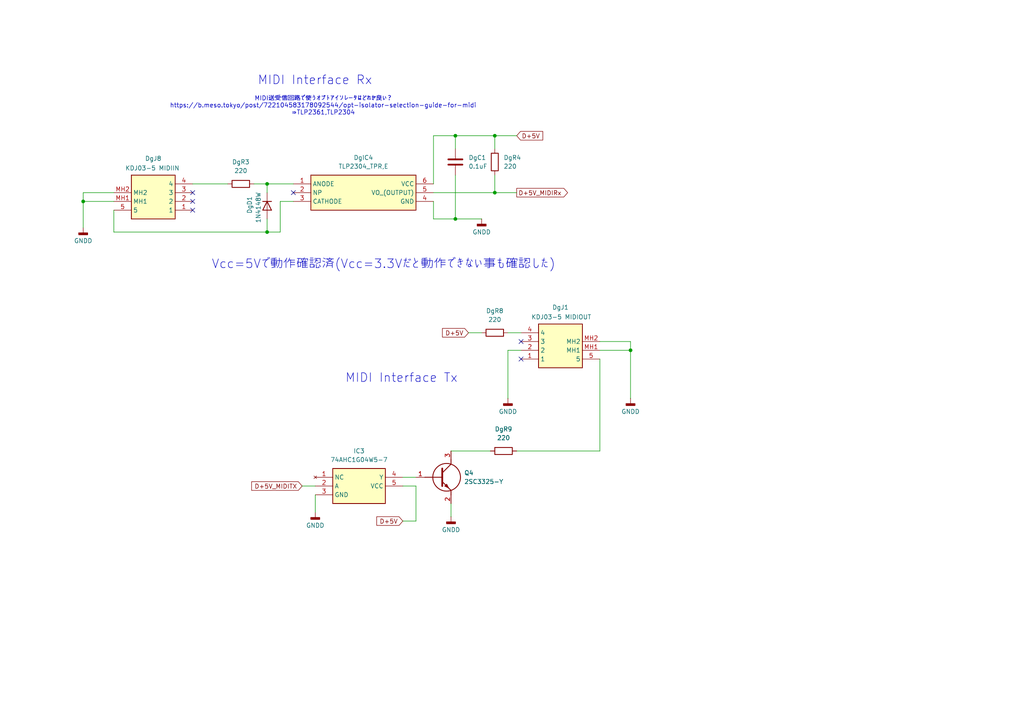
<source format=kicad_sch>
(kicad_sch (version 20231120) (generator "eeschema") (generator_version "8.0")
  (paper "A4")
  (lib_symbols
    (symbol "Device:C" (pin_numbers hide) (pin_names (offset 0.254))
      (property "Reference" "C" (at 0.635 2.54 0))
      (property "Value" "C" (at 0.635 -2.54 0))
      (symbol "C_0_1"
        (polyline (pts (xy -2.032 -0.762) (xy 2.032 -0.762)) (stroke (width 0.508)))
        (polyline (pts (xy -2.032 0.762) (xy 2.032 0.762)) (stroke (width 0.508)))
      )
      (symbol "C_1_1"
        (pin passive line (at 0 3.81 270) (length 2.794) (name "~") (number "1"))
        (pin passive line (at 0 -3.81 90) (length 2.794) (name "~") (number "2"))
      )
    )
    (symbol "Device:R" (pin_numbers hide) (pin_names (offset 0))
      (property "Reference" "R" (at 2.032 0 90))
      (property "Value" "R" (at 0 0 90))
      (symbol "R_0_1"
        (rectangle (start -1.016 -2.54) (end 1.016 2.54) (stroke (width 0.254)))
      )
      (symbol "R_1_1"
        (pin passive line (at 0 3.81 270) (length 1.27) (name "~") (number "1"))
        (pin passive line (at 0 -3.81 90) (length 1.27) (name "~") (number "2"))
      )
    )
    (symbol "Diode:1N4148W" (pin_numbers hide) (pin_names hide)
      (property "Reference" "D" (at 0 2.54 0))
      (property "Value" "1N4148W" (at 0 -2.54 0))
      (symbol "1N4148W_0_1"
        (polyline (pts (xy -1.27 1.27) (xy -1.27 -1.27)) (stroke (width 0.254)))
        (polyline (pts (xy 1.27 0) (xy -1.27 0)))
        (polyline (pts (xy 1.27 1.27) (xy 1.27 -1.27) (xy -1.27 0) (xy 1.27 1.27)) (stroke (width 0.254)))
      )
      (symbol "1N4148W_1_1"
        (pin passive line (at -3.81 0 0) (length 2.54) (name "K") (number "1"))
        (pin passive line (at 3.81 0 180) (length 2.54) (name "A") (number "2"))
      )
    )
    (symbol "SamacSys_Parts:2SC3325-Y" (pin_names hide)
      (property "Reference" "Q" (at 13.97 1.27 0))
      (property "Value" "2SC3325-Y" (at 13.97 -1.27 0))
      (symbol "2SC3325-Y_1_1"
        (polyline (pts (xy 2.54 0) (xy 7.62 0)) (stroke (width 0.254)))
        (polyline (pts (xy 7.62 -1.27) (xy 10.16 -3.81)) (stroke (width 0.254)))
        (polyline (pts (xy 7.62 1.27) (xy 10.16 3.81)) (stroke (width 0.254)))
        (polyline (pts (xy 7.62 2.54) (xy 7.62 -2.54)) (stroke (width 0.508)))
        (polyline (pts (xy 10.16 -3.81) (xy 10.16 -5.08)) (stroke (width 0.254)))
        (polyline (pts (xy 10.16 3.81) (xy 10.16 5.08)) (stroke (width 0.254)))
        (polyline (pts (xy 8.382 -2.54) (xy 8.89 -2.032) (xy 9.398 -3.048) (xy 8.382 -2.54)) (stroke (width 0.254)) (fill (type outline)))
        (circle (center 8.89 0) (radius 4.016) (stroke (width 0.254)))
        (pin passive line (at 0 0 0) (length 2.54) (name "B") (number "1"))
        (pin passive line (at 10.16 -7.62 90) (length 2.54) (name "E") (number "2"))
        (pin passive line (at 10.16 7.62 270) (length 2.54) (name "C") (number "3"))
      )
    )
    (symbol "SamacSys_Parts:74AHC1G04W5-7"
      (property "Reference" "IC" (at 21.59 7.62 0))
      (property "Value" "74AHC1G04W5-7" (at 21.59 5.08 0))
      (symbol "74AHC1G04W5-7_1_1"
        (rectangle (start 5.08 2.54) (end 20.32 -7.62) (stroke (width 0.254)) (fill (type background)))
        (pin no_connect line (at 0 0 0) (length 5.08) (name "NC") (number "1"))
        (pin passive line (at 0 -2.54 0) (length 5.08) (name "A") (number "2"))
        (pin passive line (at 0 -5.08 0) (length 5.08) (name "GND") (number "3"))
        (pin passive line (at 25.4 0 180) (length 5.08) (name "Y") (number "4"))
        (pin passive line (at 25.4 -2.54 180) (length 5.08) (name "VCC") (number "5"))
      )
    )
    (symbol "SamacSys_Parts:KDJ03-5"
      (property "Reference" "J" (at 19.05 7.62 0))
      (property "Value" "KDJ03-5" (at 19.05 5.08 0))
      (symbol "KDJ03-5_1_1"
        (rectangle (start 5.08 2.54) (end 17.78 -10.16) (stroke (width 0.254)) (fill (type background)))
        (pin passive line (at 0 0 0) (length 5.08) (name "1") (number "1"))
        (pin passive line (at 0 -2.54 0) (length 5.08) (name "2") (number "2"))
        (pin passive line (at 0 -5.08 0) (length 5.08) (name "3") (number "3"))
        (pin passive line (at 0 -7.62 0) (length 5.08) (name "4") (number "4"))
        (pin passive line (at 22.86 0 180) (length 5.08) (name "5") (number "5"))
        (pin passive line (at 22.86 -2.54 180) (length 5.08) (name "MH1") (number "MH1"))
        (pin passive line (at 22.86 -5.08 180) (length 5.08) (name "MH2") (number "MH2"))
      )
    )
    (symbol "SamacSys_Parts:TLP2304_TPR,E"
      (property "Reference" "IC" (at 36.83 7.62 0))
      (property "Value" "TLP2304_TPR,E" (at 36.83 5.08 0))
      (symbol "TLP2304_TPR,E_1_1"
        (rectangle (start 5.08 2.54) (end 35.56 -7.62) (stroke (width 0.254)) (fill (type background)))
        (pin passive line (at 0 0 0) (length 5.08) (name "ANODE") (number "1"))
        (pin passive line (at 0 -2.54 0) (length 5.08) (name "NP") (number "2"))
        (pin passive line (at 0 -5.08 0) (length 5.08) (name "CATHODE") (number "3"))
        (pin passive line (at 40.64 -5.08 180) (length 5.08) (name "GND") (number "4"))
        (pin passive line (at 40.64 -2.54 180) (length 5.08) (name "VO_(OUTPUT)") (number "5"))
        (pin passive line (at 40.64 0 180) (length 5.08) (name "VCC") (number "6"))
      )
    )
    (symbol "power:GNDD" (power) (pin_numbers hide) (pin_names (offset 0) hide)
      (property "Value" "GNDD" (at 0 -3.175 0))
      (symbol "GNDD_0_1"
        (rectangle (start -1.27 -1.524) (end 1.27 -2.032) (stroke (width 0.254)) (fill (type outline)))
        (polyline (pts (xy 0 0) (xy 0 -1.524)))
      )
      (symbol "GNDD_1_1"
        (pin power_in line (at 0 0 270) (length 0) (name "~") (number "1"))
      )
    )
  )
  (junction (at 77.47 53.34))
  (junction (at 182.88 101.6))
  (junction (at 143.51 55.88))
  (junction (at 132.08 63.5))
  (junction (at 77.47 67.31))
  (junction (at 132.08 39.37))
  (junction (at 24.13 58.42))
  (junction (at 143.51 39.37))
  (no_connect (at 55.88 55.88))
  (no_connect (at 55.88 60.96))
  (no_connect (at 55.88 58.42))
  (no_connect (at 151.13 99.06))
  (no_connect (at 151.13 104.14))
  (no_connect (at 85.09 55.88))
  (wire (pts (xy 173.99 130.81) (xy 149.86 130.81)))
  (wire (pts (xy 120.65 140.97) (xy 120.65 151.13)))
  (wire (pts (xy 91.44 143.51) (xy 91.44 148.59)))
  (wire (pts (xy 143.51 39.37) (xy 149.86 39.37)))
  (wire (pts (xy 132.08 50.8) (xy 132.08 63.5)))
  (wire (pts (xy 143.51 50.8) (xy 143.51 55.88)))
  (wire (pts (xy 33.02 67.31) (xy 77.47 67.31)))
  (wire (pts (xy 120.65 151.13) (xy 116.84 151.13)))
  (wire (pts (xy 81.28 58.42) (xy 81.28 67.31)))
  (wire (pts (xy 182.88 99.06) (xy 182.88 101.6)))
  (wire (pts (xy 33.02 55.88) (xy 24.13 55.88)))
  (wire (pts (xy 151.13 101.6) (xy 147.32 101.6)))
  (wire (pts (xy 24.13 58.42) (xy 33.02 58.42)))
  (wire (pts (xy 173.99 99.06) (xy 182.88 99.06)))
  (wire (pts (xy 120.65 138.43) (xy 116.84 138.43)))
  (wire (pts (xy 24.13 55.88) (xy 24.13 58.42)))
  (wire (pts (xy 132.08 63.5) (xy 125.73 63.5)))
  (wire (pts (xy 130.81 146.05) (xy 130.81 149.86)))
  (wire (pts (xy 33.02 60.96) (xy 33.02 67.31)))
  (wire (pts (xy 143.51 55.88) (xy 149.86 55.88)))
  (wire (pts (xy 132.08 39.37) (xy 125.73 39.37)))
  (wire (pts (xy 143.51 39.37) (xy 132.08 39.37)))
  (wire (pts (xy 77.47 67.31) (xy 81.28 67.31)))
  (wire (pts (xy 143.51 55.88) (xy 125.73 55.88)))
  (wire (pts (xy 173.99 101.6) (xy 182.88 101.6)))
  (wire (pts (xy 139.7 63.5) (xy 132.08 63.5)))
  (wire (pts (xy 135.89 96.52) (xy 139.7 96.52)))
  (wire (pts (xy 125.73 39.37) (xy 125.73 53.34)))
  (wire (pts (xy 77.47 53.34) (xy 85.09 53.34)))
  (wire (pts (xy 173.99 104.14) (xy 173.99 130.81)))
  (wire (pts (xy 182.88 101.6) (xy 182.88 115.57)))
  (wire (pts (xy 116.84 140.97) (xy 120.65 140.97)))
  (wire (pts (xy 132.08 39.37) (xy 132.08 43.18)))
  (wire (pts (xy 147.32 101.6) (xy 147.32 115.57)))
  (wire (pts (xy 125.73 63.5) (xy 125.73 58.42)))
  (wire (pts (xy 77.47 55.88) (xy 77.47 53.34)))
  (wire (pts (xy 73.66 53.34) (xy 77.47 53.34)))
  (wire (pts (xy 143.51 39.37) (xy 143.51 43.18)))
  (wire (pts (xy 85.09 58.42) (xy 81.28 58.42)))
  (wire (pts (xy 130.81 130.81) (xy 142.24 130.81)))
  (wire (pts (xy 55.88 53.34) (xy 66.04 53.34)))
  (wire (pts (xy 24.13 58.42) (xy 24.13 66.04)))
  (wire (pts (xy 147.32 96.52) (xy 151.13 96.52)))
  (wire (pts (xy 87.63 140.97) (xy 91.44 140.97)))
  (wire (pts (xy 77.47 67.31) (xy 77.47 63.5)))
  (text "MIDI送受信回路で使うオプトアイソレータはどれが良い？\nhttps://b.meso.tokyo/post/722104583178092544/opt-isolator-selection-guide-for-midi\n⇒TLP2361,TLP2304" (at 93.726 30.734 0) (effects (font (size 1.27 1.27))))
  (text "MIDI Interface Tx" (at 100.076 109.728 0) (effects (font (size 2.54 2.54)) (justify left)))
  (text "MIDI Interface Rx" (at 74.676 23.368 0) (effects (font (size 2.54 2.54)) (justify left)))
  (text "Vcc=5Vで動作確認済(Vcc=3.3Vだと動作できない事も確認した)" (at 111.252 76.708 0) (effects (font (size 2.54 2.54))))
  (global_label "D+5V" (shape input) (at 135.89 96.52 180) (property "Intersheetrefs" "${INTERSHEET_REFS}" (effects (hide yes))))
  (global_label "D+5V" (shape input) (at 149.86 39.37 0) (property "Intersheetrefs" "${INTERSHEET_REFS}" (effects (hide yes))))
  (global_label "D+5V_MIDITX" (shape input) (at 87.63 140.97 180) (property "Intersheetrefs" "${INTERSHEET_REFS}" (effects (hide yes))))
  (global_label "D+5V_MIDIRx" (shape output) (at 149.86 55.88 0) (property "Intersheetrefs" "${INTERSHEET_REFS}" (effects (hide yes))))
  (global_label "D+5V" (shape input) (at 116.84 151.13 180) (property "Intersheetrefs" "${INTERSHEET_REFS}" (effects (hide yes))))
  (symbol (lib_id "power:GNDD") (at 130.81 149.86 0) (unit 1)
    (property "Reference" "#PWR059" (effects (hide yes)))
    (property "Value" "GNDD" (at 130.81 153.67 0))
    (property "Description" "Power symbol creates a global label with name \"GNDD\" , digital ground" (effects (hide yes)))
  )
  (symbol (lib_id "power:GNDD") (at 24.13 66.04 0) (unit 1)
    (property "Reference" "#PWR012" (effects (hide yes)))
    (property "Value" "GNDD" (at 24.13 69.85 0))
    (property "Description" "Power symbol creates a global label with name \"GNDD\" , digital ground" (effects (hide yes)))
  )
  (symbol (lib_id "power:GNDD") (at 147.32 115.57 0) (unit 1)
    (property "Reference" "#PWR058" (effects (hide yes)))
    (property "Value" "GNDD" (at 147.32 119.38 0))
    (property "Description" "Power symbol creates a global label with name \"GNDD\" , digital ground" (effects (hide yes)))
  )
  (symbol (lib_id "power:GNDD") (at 91.44 148.59 0) (unit 1)
    (property "Reference" "#PWR060" (effects (hide yes)))
    (property "Value" "GNDD" (at 91.44 152.4 0))
    (property "Description" "Power symbol creates a global label with name \"GNDD\" , digital ground" (effects (hide yes)))
  )
  (symbol (lib_id "SamacSys_Parts:2SC3325-Y") (at 120.65 138.43 0) (unit 1)
    (property "Reference" "Q4" (at 134.62 137.1599 0) (effects (justify left)))
    (property "Value" "2SC3325-Y" (at 134.62 139.6999 0) (effects (justify left)))
    (property "Footprint" "2SC3325YLF" (effects (hide yes)))
    (property "Datasheet" "https://toshiba.semicon-storage.com/info/docget.jsp?did=19247&prodName=2SC3325" (effects (hide yes)))
    (property "Description" "Transistor for low frequency small-signal amplification" (effects (hide yes)))
    (property "Height" "1" (effects (hide yes)))
    (property "Manufacturer_Name" "Toshiba" (effects (hide yes)))
    (property "Manufacturer_Part_Number" "2SC3325-Y" (effects (hide yes)))
  )
  (symbol (lib_id "power:GNDD") (at 139.7 63.5 0) (unit 1)
    (property "Reference" "#PWR013" (effects (hide yes)))
    (property "Value" "GNDD" (at 139.7 67.31 0))
    (property "Description" "Power symbol creates a global label with name \"GNDD\" , digital ground" (effects (hide yes)))
  )
  (symbol (lib_id "SamacSys_Parts:74AHC1G04W5-7") (at 91.44 138.43 0) (unit 1)
    (property "Reference" "IC3" (at 104.14 130.81 0))
    (property "Value" "74AHC1G04W5-7" (at 104.14 133.35 0))
    (property "Footprint" "SOT95P285X140-5N" (effects (hide yes)))
    (property "Datasheet" "https://www.diodes.com//assets/Datasheets/74AHC1G04.pdf" (effects (hide yes)))
    (property "Description" "DIODES INC. - 74AHC1G04W5-7 - Inverter, 74AHC1G04, 1 Input, 8 mA, 2 V to 5.5 V, SOT-25-5" (effects (hide yes)))
    (property "Height" "1.4" (effects (hide yes)))
    (property "Manufacturer_Name" "Diodes Incorporated" (effects (hide yes)))
    (property "Manufacturer_Part_Number" "74AHC1G04W5-7" (effects (hide yes)))
    (property "Mouser Part Number" "621-74AHC1G04W5-7" (effects (hide yes)))
    (property "Mouser Price/Stock" "https://www.mouser.co.uk/ProductDetail/Diodes-Incorporated/74AHC1G04W5-7?qs=aOs975IaWll1ZDKu8p4JVA%3D%3D" (effects (hide yes)))
    (property "Arrow Part Number" "74AHC1G04W5-7" (effects (hide yes)))
    (property "Arrow Price/Stock" "https://www.arrow.com/en/products/74ahc1g04w5-7/diodes-incorporated?region=europe" (effects (hide yes)))
  )
  (symbol (lib_id "SamacSys_Parts:TLP2304_TPR,E") (at 85.09 53.34 0) (unit 1)
    (property "Reference" "DgIC4" (at 105.41 45.72 0))
    (property "Value" "TLP2304_TPR,E" (at 105.41 48.26 0))
    (property "Footprint" "SamacSys_Parts:SOIC127P700X230-6N" (effects (hide yes)))
    (property "Datasheet" "http://toshiba.semicon-storage.com/info/docget.jsp?did=63378&prodName=TLP2304" (effects (hide yes)))
    (property "Description" "High Speed Optocouplers High speed photocoupler; 5pin SO6; RoHS; T&R" (effects (hide yes)))
    (property "Height" "2.3" (effects (hide yes)))
    (property "Manufacturer_Name" "Toshiba" (effects (hide yes)))
    (property "Manufacturer_Part_Number" "TLP2304(TPR,E" (effects (hide yes)))
    (property "Mouser Part Number" "757-TLP2304TPRE" (effects (hide yes)))
    (property "Mouser Price/Stock" "https://www.mouser.co.uk/ProductDetail/Toshiba/TLP2304TPRE?qs=T3oQrply3y%2FQr69Xfk23%252BQ%3D%3D" (effects (hide yes)))
  )
  (symbol (lib_id "Device:R") (at 69.85 53.34 90) (unit 1)
    (property "Reference" "DgR3" (at 69.85 46.99 90))
    (property "Value" "220" (at 69.85 49.53 90))
    (property "Footprint" "Resistor_SMD:R_0805_2012Metric_Pad1.20x1.40mm_HandSolder" (effects (hide yes)))
    (property "Description" "Resistor" (effects (hide yes)))
  )
  (symbol (lib_id "Diode:1N4148W") (at 77.47 59.69 270) (unit 1)
    (property "Reference" "DgD1" (at 72.39 59.436 0))
    (property "Value" "1N4148W" (at 74.93 60.198 0))
    (property "Footprint" "Diode_SMD:D_SOD-123" (effects (hide yes)))
    (property "Datasheet" "https://www.vishay.com/docs/85748/1n4148w.pdf" (effects (hide yes)))
    (property "Description" "75V 0.15A Fast Switching Diode, SOD-123" (effects (hide yes)))
    (property "Sim.Device" "D" (effects (hide yes)))
    (property "Sim.Pins" "1=K 2=A" (effects (hide yes)))
  )
  (symbol (lib_id "Device:R") (at 146.05 130.81 90) (unit 1)
    (property "Reference" "DgR9" (at 146.05 124.46 90))
    (property "Value" "220" (at 146.05 127 90))
    (property "Footprint" "Resistor_SMD:R_0805_2012Metric_Pad1.20x1.40mm_HandSolder" (effects (hide yes)))
    (property "Description" "Resistor" (effects (hide yes)))
  )
  (symbol (lib_id "power:GNDD") (at 182.88 115.57 0) (unit 1)
    (property "Reference" "#PWR057" (effects (hide yes)))
    (property "Value" "GNDD" (at 182.88 119.38 0))
    (property "Description" "Power symbol creates a global label with name \"GNDD\" , digital ground" (effects (hide yes)))
  )
  (symbol (lib_id "Device:R") (at 143.51 46.99 0) (unit 1)
    (property "Reference" "DgR4" (at 146.05 45.7199 0) (effects (justify left)))
    (property "Value" "220" (at 146.05 48.2599 0) (effects (justify left)))
    (property "Footprint" "Resistor_SMD:R_0805_2012Metric_Pad1.20x1.40mm_HandSolder" (effects (hide yes)))
    (property "Description" "Resistor" (effects (hide yes)))
  )
  (symbol (lib_id "SamacSys_Parts:KDJ03-5") (at 151.13 104.14 0) (mirror x) (unit 1)
    (property "Reference" "DgJ1" (at 162.56 89.154 0))
    (property "Value" "KDJ03-5 MIDIOUT" (at 162.814 91.948 0))
    (property "Footprint" "SamacSys_Parts:KDJ035" (effects (hide yes)))
    (property "Datasheet" "https://akizukidenshi.com/download/ds/useconn/KDJ03-5.pdf" (effects (hide yes)))
    (property "Description" "5-Pin DIN Jack" (effects (hide yes)))
    (property "Height" "19.8" (effects (hide yes)))
    (property "Manufacturer_Name" "Useconn Electronics" (effects (hide yes)))
    (property "Manufacturer_Part_Number" "KDJ03-5" (effects (hide yes)))
  )
  (symbol (lib_id "Device:R") (at 143.51 96.52 90) (unit 1)
    (property "Reference" "DgR8" (at 143.51 90.17 90))
    (property "Value" "220" (at 143.51 92.71 90))
    (property "Footprint" "Resistor_SMD:R_0805_2012Metric_Pad1.20x1.40mm_HandSolder" (effects (hide yes)))
    (property "Description" "Resistor" (effects (hide yes)))
  )
  (symbol (lib_id "SamacSys_Parts:KDJ03-5") (at 55.88 60.96 180) (unit 1)
    (property "Reference" "DgJ8" (at 44.45 45.974 0))
    (property "Value" "KDJ03-5 MIDIIN" (at 44.196 48.768 0))
    (property "Footprint" "SamacSys_Parts:KDJ035" (effects (hide yes)))
    (property "Datasheet" "https://akizukidenshi.com/download/ds/useconn/KDJ03-5.pdf" (effects (hide yes)))
    (property "Description" "5-Pin DIN Jack" (effects (hide yes)))
    (property "Height" "19.8" (effects (hide yes)))
    (property "Manufacturer_Name" "Useconn Electronics" (effects (hide yes)))
    (property "Manufacturer_Part_Number" "KDJ03-5" (effects (hide yes)))
  )
  (symbol (lib_id "Device:C") (at 132.08 46.99 0) (unit 1)
    (property "Reference" "DgC1" (at 135.89 45.7199 0) (effects (justify left)))
    (property "Value" "0.1uF" (at 135.89 48.2599 0) (effects (justify left)))
    (property "Footprint" "Capacitor_SMD:C_0805_2012Metric_Pad1.18x1.45mm_HandSolder" (effects (hide yes)))
    (property "Description" "Unpolarized capacitor" (effects (hide yes)))
  )
)
</source>
